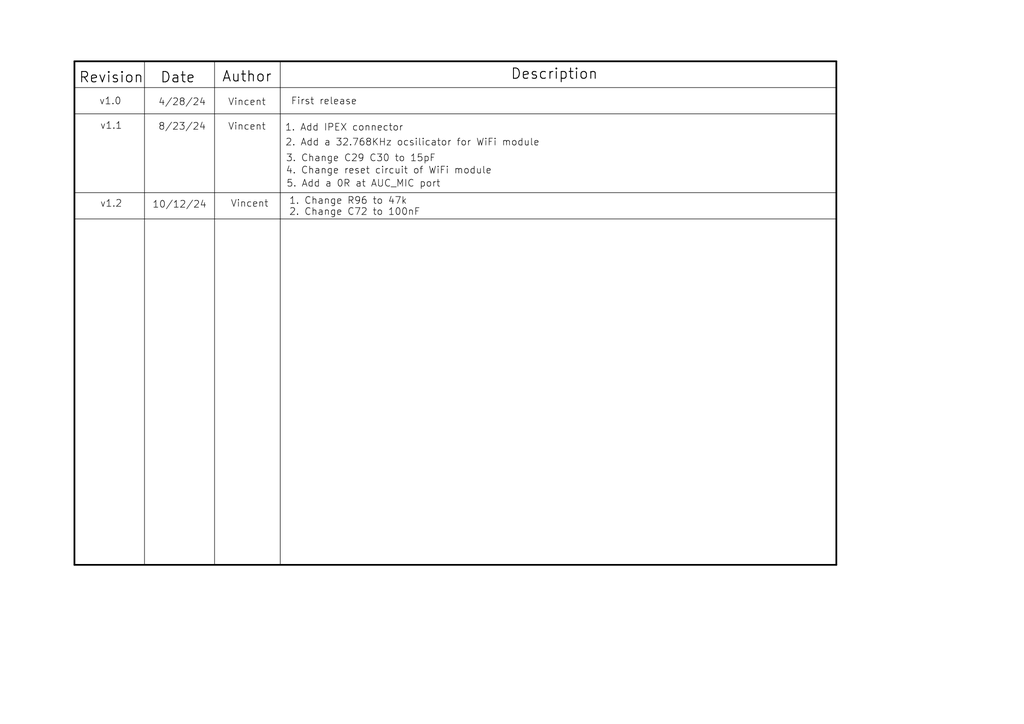
<source format=kicad_sch>
(kicad_sch
	(version 20231120)
	(generator "eeschema")
	(generator_version "8.0")
	(uuid "3bb174e5-a984-46d2-8826-af8c808de5ae")
	(paper "A4")
	(title_block
		(title "ReCamera Core")
		(date "2024-04-25")
		(rev "V1.0")
	)
	(lib_symbols)
	(polyline
		(pts
			(xy 81.28 17.78) (xy 81.28 163.83)
		)
		(stroke
			(width 0)
			(type default)
			(color 0 0 0 1)
		)
		(uuid "03d6b046-f487-40c4-8ae7-4424492e34b6")
	)
	(polyline
		(pts
			(xy 21.59 25.4) (xy 242.57 25.4)
		)
		(stroke
			(width 0)
			(type default)
			(color 0 0 0 1)
		)
		(uuid "0a2f643b-9db7-46ba-ad1e-8c84262c397d")
	)
	(polyline
		(pts
			(xy 41.91 17.78) (xy 41.91 163.83)
		)
		(stroke
			(width 0)
			(type default)
			(color 0 0 0 1)
		)
		(uuid "0e6c72b6-a360-4a87-9a49-c95581cdd527")
	)
	(polyline
		(pts
			(xy 21.59 55.88) (xy 242.57 55.88)
		)
		(stroke
			(width 0)
			(type default)
			(color 0 0 0 1)
		)
		(uuid "3347deea-ff6e-4f46-b85c-ed5eaa6aeb72")
	)
	(polyline
		(pts
			(xy 21.59 63.5) (xy 242.57 63.5)
		)
		(stroke
			(width 0)
			(type default)
			(color 0 0 0 1)
		)
		(uuid "36c2dfc4-04c6-47ba-ab25-57345d2ee218")
	)
	(polyline
		(pts
			(xy 62.23 17.78) (xy 62.23 163.83)
		)
		(stroke
			(width 0)
			(type default)
			(color 0 0 0 1)
		)
		(uuid "4f5afabd-e055-4721-b624-b6f89e35e601")
	)
	(polyline
		(pts
			(xy 21.59 33.02) (xy 242.57 33.02)
		)
		(stroke
			(width 0)
			(type default)
			(color 0 0 0 1)
		)
		(uuid "91dc19a7-2052-4e8b-9e5f-8ef00fe92f97")
	)
	(polyline
		(pts
			(xy 21.59 17.78) (xy 21.59 163.83)
		)
		(stroke
			(width 0.5)
			(type default)
			(color 0 0 0 1)
		)
		(uuid "aa32a354-cde6-4bd0-88e0-981135fa6367")
	)
	(polyline
		(pts
			(xy 21.59 17.78) (xy 242.57 17.78)
		)
		(stroke
			(width 0.5)
			(type default)
			(color 0 0 0 1)
		)
		(uuid "ae93eb0b-e1cf-4419-bb19-05d68ad04030")
	)
	(polyline
		(pts
			(xy 242.57 163.83) (xy 21.59 163.83)
		)
		(stroke
			(width 0.5)
			(type default)
			(color 0 0 0 1)
		)
		(uuid "b3d68901-bf12-444a-ba6e-b361e34b3658")
	)
	(polyline
		(pts
			(xy 242.57 17.78) (xy 242.57 163.83)
		)
		(stroke
			(width 0.5)
			(type default)
			(color 0 0 0 1)
		)
		(uuid "d6b152f6-b216-4bb1-b915-5019aa4501e2")
	)
	(text "Vincent\n"
		(exclude_from_sim no)
		(at 72.39 59.182 0)
		(effects
			(font
				(size 2 2)
				(color 0 0 0 1)
			)
		)
		(uuid "04cdfa14-b645-4e4d-865b-d98262255f49")
	)
	(text "3. Change C29 C30 to 15pF"
		(exclude_from_sim no)
		(at 104.648 45.974 0)
		(effects
			(font
				(size 2 2)
				(color 0 0 0 1)
			)
		)
		(uuid "05f2c18d-1091-47cc-9688-c75e2fa59c18")
	)
	(text "Author\n"
		(exclude_from_sim no)
		(at 71.628 22.352 0)
		(effects
			(font
				(size 3 3)
				(thickness 0.254)
				(bold yes)
				(color 0 0 0 1)
			)
		)
		(uuid "0a4c280d-88b5-45d1-a0a1-0484720b1e79")
	)
	(text "Date"
		(exclude_from_sim no)
		(at 51.562 22.606 0)
		(effects
			(font
				(size 3 3)
				(thickness 0.254)
				(bold yes)
				(color 0 0 0 1)
			)
		)
		(uuid "15feaf2e-b9cf-403b-ba71-240826727d5d")
	)
	(text "v1.2"
		(exclude_from_sim no)
		(at 32.258 59.182 0)
		(effects
			(font
				(size 2 2)
				(color 0 0 0 1)
			)
		)
		(uuid "2684adcc-0d99-41b9-b0f8-5b6165297f63")
	)
	(text "v1.1"
		(exclude_from_sim no)
		(at 32.258 36.576 0)
		(effects
			(font
				(size 2 2)
				(color 0 0 0 1)
			)
		)
		(uuid "2d30ce76-18bf-448f-952b-513f8af4305c")
	)
	(text "4/28/24"
		(exclude_from_sim no)
		(at 52.832 29.718 0)
		(effects
			(font
				(size 2 2)
				(color 0 0 0 1)
			)
		)
		(uuid "718a5450-b73c-45ca-bc25-4e88908d3564")
	)
	(text "First release\n"
		(exclude_from_sim no)
		(at 93.98 29.464 0)
		(effects
			(font
				(size 2 2)
				(color 0 0 0 1)
			)
		)
		(uuid "7980e8be-d632-4790-9bd8-f0cb18003884")
	)
	(text "1. Change R96 to 47k\n2. Change C72 to 100nF"
		(exclude_from_sim no)
		(at 83.82 59.944 0)
		(effects
			(font
				(size 2 2)
				(color 0 0 0 1)
			)
			(justify left)
		)
		(uuid "81fd3c95-247b-4042-9217-45b5908e5874")
	)
	(text "2. Add a 32.768KHz ocsilicator for WiFi module"
		(exclude_from_sim no)
		(at 119.634 41.402 0)
		(effects
			(font
				(size 2 2)
				(color 0 0 0 1)
			)
		)
		(uuid "834b8270-2de9-40ec-9850-203276b4ed44")
	)
	(text "Vincent\n"
		(exclude_from_sim no)
		(at 71.628 36.83 0)
		(effects
			(font
				(size 2 2)
				(color 0 0 0 1)
			)
		)
		(uuid "83bdfdf5-2c00-4121-b981-c419d25e7da9")
	)
	(text "Vincent\n"
		(exclude_from_sim no)
		(at 71.628 29.718 0)
		(effects
			(font
				(size 2 2)
				(color 0 0 0 1)
			)
		)
		(uuid "96aa6a67-ace2-4346-b8c4-04e28ae7fc70")
	)
	(text "10/12/24"
		(exclude_from_sim no)
		(at 52.07 59.436 0)
		(effects
			(font
				(size 2 2)
				(color 0 0 0 1)
			)
		)
		(uuid "97cbaf26-5704-4041-a5a3-d3bad2ca73a5")
	)
	(text "5. Add a 0R at AUC_MIC port"
		(exclude_from_sim no)
		(at 105.41 53.34 0)
		(effects
			(font
				(size 2 2)
				(color 0 0 0 1)
			)
		)
		(uuid "a4366e74-297f-402c-a2af-1c7b4a03796d")
	)
	(text "1. Add IPEX connector"
		(exclude_from_sim no)
		(at 99.822 37.084 0)
		(effects
			(font
				(size 2 2)
				(color 0 0 0 1)
			)
		)
		(uuid "a85d7ecf-a034-4e76-ad97-e3fb4864022c")
	)
	(text "Revision\n"
		(exclude_from_sim no)
		(at 32.258 22.606 0)
		(effects
			(font
				(size 3 3)
				(thickness 0.254)
				(bold yes)
				(color 0 0 0 1)
			)
		)
		(uuid "b49d87eb-da90-4cf6-960b-5747e7a04643")
	)
	(text "v1.0\n"
		(exclude_from_sim no)
		(at 32.004 29.464 0)
		(effects
			(font
				(size 2 2)
				(color 0 0 0 1)
			)
		)
		(uuid "c08397ff-2f28-405e-8664-fc8052107c57")
	)
	(text "Description\n"
		(exclude_from_sim no)
		(at 160.782 21.59 0)
		(effects
			(font
				(size 3 3)
				(thickness 0.254)
				(bold yes)
				(color 0 0 0 1)
			)
		)
		(uuid "c543fad2-f501-421e-9fd1-682bb52b4c12")
	)
	(text "8/23/24"
		(exclude_from_sim no)
		(at 52.832 36.83 0)
		(effects
			(font
				(size 2 2)
				(color 0 0 0 1)
			)
		)
		(uuid "f3f0aad2-2b8b-47d2-9a80-c207d6b6a87c")
	)
	(text "4. Change reset circuit of WiFi module"
		(exclude_from_sim no)
		(at 112.776 49.53 0)
		(effects
			(font
				(size 2 2)
				(color 0 0 0 1)
			)
		)
		(uuid "fa2cb6d8-b01f-497a-aad1-090d8d782cf9")
	)
)
</source>
